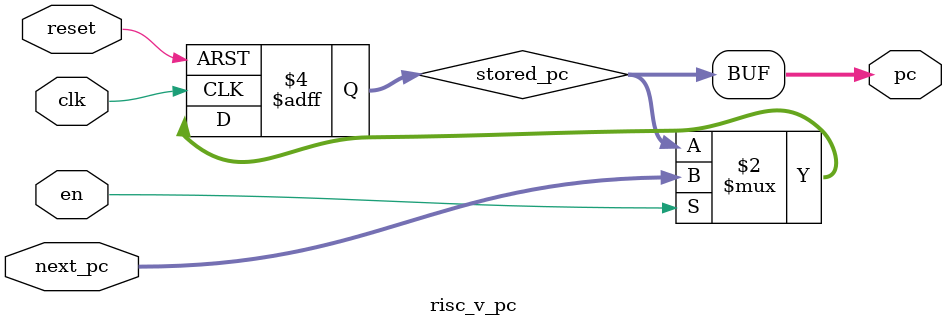
<source format=v>
`timescale 1ns/1ns

module risc_v_pc #(
    parameter ADDR_WIDTH = 32
) (
    input wire clk,
    input wire reset,                   
    input wire en,               
    input wire [ADDR_WIDTH-1:0] next_pc,
    output [ADDR_WIDTH-1:0] pc      
);
    reg [ADDR_WIDTH-1:0] stored_pc;

    always @(posedge clk, posedge reset) begin
        if (reset)
            stored_pc <= {ADDR_WIDTH{1'b0}};
        else if (en)
            stored_pc <= next_pc;
    end

    assign pc = stored_pc;

endmodule

</source>
